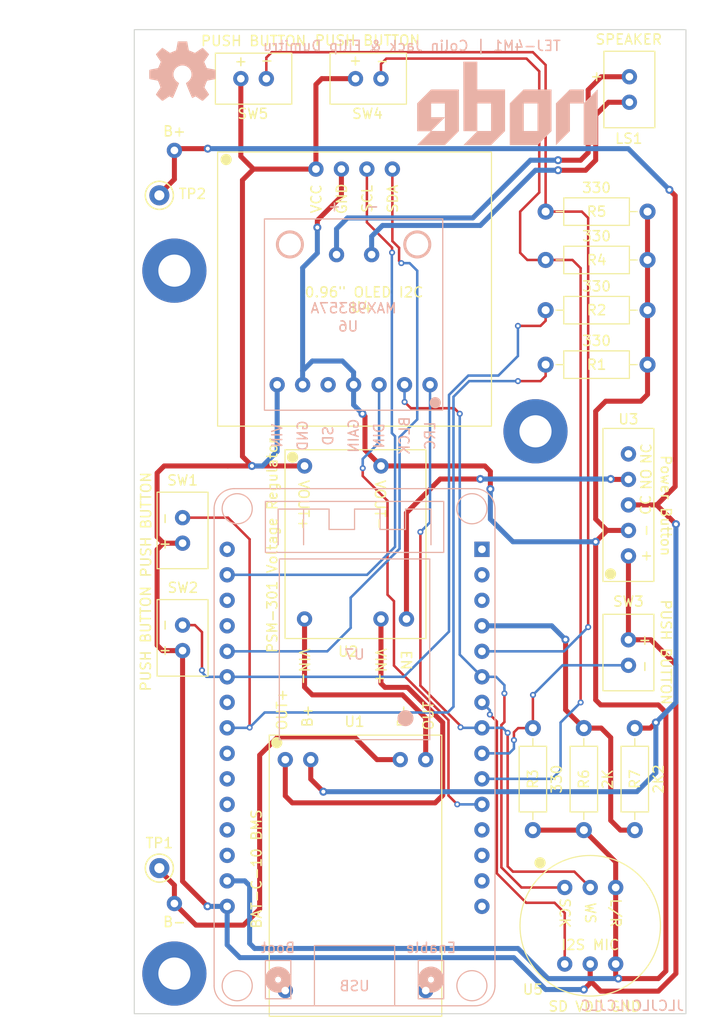
<source format=kicad_pcb>
(kicad_pcb (version 20211014) (generator pcbnew)
  (title_block (title "ESP32 Walkie Talkie - Final Route") (date "2022-12-28") (rev "2.0"))
  (layers (0 "F.Cu" signal) (31 "B.Cu" signal) (34 "B.Paste" user) (35 "F.Paste" user) (36 "B.SilkS" user "B.Silkscreen") (37 "F.SilkS" user "F.Silkscreen") (38 "B.Mask" user) (39 "F.Mask" user) (44 "Edge.Cuts" user))
  (net 0 "")
  (net 1 "GND")
  (net 2 "VCC")
  (net 3 "Net-(BT1-Pad1)")
  (net 4 "Net-(BT1-Pad2)")
  (net 5 "Net-(U1-Pad1)")
  (net 6 "Net-(U1-Pad4)")
  (net 9 "Net-(U2-Pad5)")
  (net 11 "Net-(U4-Pad3)")
  (net 12 "Net-(U4-Pad4)")
  (net 13 "Net-(U5-Pad1)")
  (net 14 "Net-(U5-Pad2)")
  (net 15 "Net-(U5-Pad4)")
  (net 16 "Net-(U6-Pad3)")
  (net 18 "Net-(U6-Pad8)")
  (net 19 "Net-(U6-Pad9)")
  (net 23 "Net-(R6-Pad2)")
  (net 24 "Net-(R5-Pad2)")
  (net 25 "Net-(R3-Pad2)")
  (net 26 "Net-(R4-Pad2)")
  (net 34 "Net-(R2-Pad2)")
  (net 36 "Net-(R1-Pad2)")
  (footprint "ESP32-Walkie-Talkie-Footprints-Remaster:BAT-C-10TYPEC-BMS" (layer "F.Cu") (at 179.455 123.255)
    (fp_text reference "U1" (at 8.505 -1.335 unlocked) (layer "F.SilkS"))
    (fp_text value "BAT-C-10TYPEC_(BMS)")
    (fp_text user "-" (at 15.52 23.745 unlocked) (layer "F.SilkS"))
    (fp_text user "OUT+" (at 1.27 -2.54 90 unlocked) (layer "F.SilkS"))
    (fp_text user "B-" (at 13.335 -1.905 90 unlocked) (layer "F.SilkS"))
    (fp_text user "OUT-" (at 15.875 -2.54 90 unlocked) (layer "F.SilkS"))
    (fp_text user "BAT-C-10 BMS" (at -1.27 13.335 90 unlocked) (layer "F.SilkS"))
    (fp_text user "+" (at 1.62 23.82 270 unlocked) (layer "F.SilkS"))
    (fp_text user "B+" (at 3.81 -1.905 90 unlocked) (layer "F.SilkS"))
    (pad "1" thru_hole circle (at 1.6 2.44) (size 1.524 1.524) (drill 0.762) (layers *.Cu *.Mask) (net 5 "Net-(U1-Pad1)"))
    (pad "2" thru_hole circle (at 4.14 2.44) (size 1.524 1.524) (drill 0.762) (layers *.Cu *.Mask) (net 3 "Net-(BT1-Pad1)"))
    (pad "3" thru_hole circle (at 13.06 2.44) (size 1.524 1.524) (drill 0.762) (layers *.Cu *.Mask) (net 4 "Net-(BT1-Pad2)"))
    (pad "4" thru_hole circle (at 15.6 2.44) (size 1.524 1.524) (drill 0.762) (layers *.Cu *.Mask) (net 6 "Net-(U1-Pad4)"))
    (pad "5" thru_hole circle (at 1.6 25.44) (size 1.524 1.524) (drill 0.762) (layers *.Cu *.Mask))
    (pad "6" thru_hole circle (at 15.6 25.44) (size 1.524 1.524) (drill 0.762) (layers *.Cu *.Mask))
  )
  (footprint "Resistor_THT:R_Axial_DIN0207_L6.3mm_D2.5mm_P10.16mm_Horizontal" (layer "F.Cu") (at 210.82 132.715 90)
    (fp_text reference "R6" (at 5.08 0 90) (layer "F.SilkS"))
    (fp_text value "2K" (at 5.08 2.37 90) (layer "F.SilkS"))
    (pad "1" thru_hole circle (at 0 0 90) (size 1.6 1.6) (drill 0.8) (layers *.Cu *.Mask) (net 1 "GND"))
    (pad "2" thru_hole oval (at 10.16 0 90) (size 1.6 1.6) (drill 0.8) (layers *.Cu *.Mask) (net 23 "Net-(R6-Pad2)"))
  )
  (footprint "Resistor_THT:R_Axial_DIN0207_L6.3mm_D2.5mm_P10.16mm_Horizontal" (layer "F.Cu") (at 217.17 86.36 180)
    (fp_text reference "R1" (at 5.08 0) (layer "F.SilkS"))
    (fp_text value "330" (at 5.08 2.37) (layer "F.SilkS"))
    (pad "1" thru_hole circle (at 0 0 180) (size 1.6 1.6) (drill 0.8) (layers *.Cu *.Mask) (net 1 "GND"))
    (pad "2" thru_hole oval (at 10.16 0 180) (size 1.6 1.6) (drill 0.8) (layers *.Cu *.Mask) (net 36 "Net-(R1-Pad2)"))
  )
  (footprint "MountingHole:MountingHole_3.2mm_M3_Pad" (layer "F.Cu") (at 206 93)
    (fp_text reference "REF**")
    (fp_text value "MountingHole_3.2mm_M3_Pad")
    (pad "1" thru_hole circle locked (at 0 0) (size 6.4 6.4) (drill 3.2) (layers *.Cu *.Mask))
  )
  (footprint "ESP32-Walkie-Talkie-Footprints-Remaster:PSM-301-Voltage-Regulator" (layer "F.Cu") (at 181.03 94.835)
    (fp_text reference "U2" (at 6.295 20.1 unlocked) (layer "F.SilkS"))
    (fp_text value "PSM-301-Voltage-Regulator-3.3V")
    (fp_text user "PSM-301 Voltage Regulator" (at -1.27 9.525 90 unlocked) (layer "F.SilkS"))
    (fp_text user "VOUT-" (at 9.47 5.495 270 unlocked) (layer "F.SilkS"))
    (fp_text user "VIN-" (at 1.905 21.59 270 unlocked) (layer "F.SilkS"))
    (fp_text user "VIN+" (at 9.525 21.59 270 unlocked) (layer "F.SilkS"))
    (fp_text user "EN" (at 12.065 20.955 270 unlocked) (layer "F.SilkS"))
    (fp_text user "VOUT+" (at 1.85 5.495 270 unlocked) (layer "F.SilkS"))
    (pad "1" thru_hole circle (at 1.945 1.615) (size 1.524 1.524) (drill 0.762) (layers *.Cu *.Mask) (net 2 "VCC"))
    (pad "2" thru_hole circle (at 9.565 1.615) (size 1.524 1.524) (drill 0.762) (layers *.Cu *.Mask) (net 1 "GND"))
    (pad "3" thru_hole circle (at 1.945 16.855) (size 1.524 1.524) (drill 0.762) (layers *.Cu *.Mask) (net 6 "Net-(U1-Pad4)"))
    (pad "4" thru_hole circle (at 9.565 16.855) (size 1.524 1.524) (drill 0.762) (layers *.Cu *.Mask) (net 5 "Net-(U1-Pad1)"))
    (pad "5" thru_hole circle (at 12.105 16.855) (size 1.524 1.524) (drill 0.762) (layers *.Cu *.Mask) (net 9 "Net-(U2-Pad5)"))
  )
  (footprint "MountingHole:MountingHole_3.2mm_M3_Pad" (layer "F.Cu") (at 170 77)
    (fp_text reference "REF**")
    (fp_text value "MountingHole_3.2mm_M3_Pad")
    (pad "1" thru_hole circle locked (at 0 0) (size 6.4 6.4) (drill 3.2) (layers *.Cu *.Mask))
  )
  (footprint "MountingHole:MountingHole_3.2mm_M3_Pad" (layer "F.Cu") (at 170 147)
    (fp_text reference "REF**")
    (fp_text value "MountingHole_3.2mm_M3_Pad")
    (pad "1" thru_hole circle locked (at 0 0) (size 6.4 6.4) (drill 3.2) (layers *.Cu *.Mask))
  )
  (footprint "ESP32-Walkie-Talkie-Footprints-Remaster:PUSH-BUTTON-CONTACTS" (layer "F.Cu") (at 168.275 106.68 90)
    (fp_text reference "SW1" (at 8.795 2.54 unlocked) (layer "F.SilkS"))
    (fp_text value "UP")
    (fp_text user "-" (at 4.985 0.725 90 unlocked) (layer "F.SilkS"))
    (fp_text user "+" (at 2.445 0.725 90 unlocked) (layer "F.SilkS"))
    (fp_text user "PUSH BUTTON" (at 4.38 -1.1 90 unlocked) (layer "F.SilkS"))
    (pad "1" thru_hole circle (at 2.54 2.54 90) (size 1.524 1.524) (drill 0.762) (layers *.Cu *.Mask) (net 2 "VCC"))
    (pad "2" thru_hole circle (at 5.08 2.54 90) (size 1.524 1.524) (drill 0.762) (layers *.Cu *.Mask) (net 36 "Net-(R1-Pad2)"))
  )
  (footprint "Resistor_THT:R_Axial_DIN0207_L6.3mm_D2.5mm_P10.16mm_Horizontal" (layer "F.Cu") (at 205.74 132.715 90)
    (fp_text reference "R3" (at 5.085 0 90) (layer "F.SilkS"))
    (fp_text value "330" (at 5.08 2.37 90) (layer "F.SilkS"))
    (pad "1" thru_hole circle (at 0 0 90) (size 1.6 1.6) (drill 0.8) (layers *.Cu *.Mask) (net 1 "GND"))
    (pad "2" thru_hole oval (at 10.16 0 90) (size 1.6 1.6) (drill 0.8) (layers *.Cu *.Mask) (net 25 "Net-(R3-Pad2)"))
  )
  (footprint "ESP32-Walkie-Talkie-Footprints-Remaster:PUSH-BUTTON-CONTACTS" (layer "F.Cu") (at 168.275 117.38 90)
    (fp_text reference "SW2" (at 8.805 2.575 unlocked) (layer "F.SilkS"))
    (fp_text value "DWN")
    (fp_text user "+" (at 2.54 0.725 90 unlocked) (layer "F.SilkS"))
    (fp_text user "PUSH BUTTON" (at 3.73 -1.125 90 unlocked) (layer "F.SilkS"))
    (fp_text user "-" (at 5.08 0.725 90 unlocked) (layer "F.SilkS"))
    (pad "1" thru_hole circle (at 2.54 2.54 90) (size 1.524 1.524) (drill 0.762) (layers *.Cu *.Mask) (net 2 "VCC"))
    (pad "2" thru_hole circle (at 5.08 2.54 90) (size 1.524 1.524) (drill 0.762) (layers *.Cu *.Mask) (net 34 "Net-(R2-Pad2)"))
  )
  (footprint "Resistor_THT:R_Axial_DIN0207_L6.3mm_D2.5mm_P10.16mm_Horizontal" (layer "F.Cu") (at 217.17 71.12 180)
    (fp_text reference "R5" (at 5.08 0) (layer "F.SilkS"))
    (fp_text value "330" (at 5.08 2.37) (layer "F.SilkS"))
    (pad "1" thru_hole circle (at 0 0 180) (size 1.6 1.6) (drill 0.8) (layers *.Cu *.Mask) (net 1 "GND"))
    (pad "2" thru_hole oval (at 10.16 0 180) (size 1.6 1.6) (drill 0.8) (layers *.Cu *.Mask) (net 24 "Net-(R5-Pad2)"))
  )
  (footprint "ESP32-Walkie-Talkie-Footprints-Remaster:BATTERY-CONTACTS" (layer "F.Cu") (at 170 65.025)
    (fp_text reference "BT1")
    (fp_text value "18650 Lithium Cell")
    (fp_text user "B-" (at 0 76.835 unlocked) (layer "F.SilkS"))
    (fp_text user "B+" (at 0 -1.905 unlocked) (layer "F.SilkS"))
    (pad "1" thru_hole circle (at 0 0) (size 1.524 1.524) (drill 0.762) (layers *.Cu *.Mask) (net 3 "Net-(BT1-Pad1)"))
    (pad "2" thru_hole circle (at 0 75) (size 1.524 1.524) (drill 0.762) (layers *.Cu *.Mask) (net 4 "Net-(BT1-Pad2)"))
  )
  (footprint "TestPoint:TestPoint_Keystone_5000-5004_Miniature" (layer "F.Cu") (at 168.5 136.5)
    (fp_text reference "TP1" (at 0 -2.5) (layer "F.SilkS"))
    (fp_text value "TestPoint_Keystone_5000-5004_Miniature")
    (pad "1" thru_hole circle locked (at 0 0) (size 2 2) (drill 1) (layers *.Cu *.Mask) (net 4 "Net-(BT1-Pad2)"))
  )
  (footprint "ESP32-Walkie-Talkie-Footprints-Remaster:PUSH-BUTTON-CONTACTS" (layer "F.Cu") (at 185.515 55.34)
    (fp_text reference "SW4" (at 3.735 6.035 unlocked) (layer "F.SilkS"))
    (fp_text value "TLK")
    (fp_text user "-" (at 5.21 0.76 unlocked) (layer "F.SilkS"))
    (fp_text user "+" (at 2.535 0.71 unlocked) (layer "F.SilkS"))
    (fp_text user "PUSH BUTTON" (at 3.735 -1.265 unlocked) (layer "F.SilkS"))
    (pad "1" thru_hole circle (at 2.54 2.54) (size 1.524 1.524) (drill 0.762) (layers *.Cu *.Mask) (net 2 "VCC"))
    (pad "2" thru_hole circle (at 5.08 2.54) (size 1.524 1.524) (drill 0.762) (layers *.Cu *.Mask) (net 26 "Net-(R4-Pad2)"))
  )
  (footprint "TestPoint:TestPoint_Keystone_5000-5004_Miniature" (layer "F.Cu") (at 168.5 69.5)
    (fp_text reference "TP2" (at 3.3 -0.15) (layer "F.SilkS"))
    (fp_text value "TestPoint_Keystone_5000-5004_Miniature")
    (pad "1" thru_hole circle locked (at 0 0) (size 2 2) (drill 1) (layers *.Cu *.Mask) (net 3 "Net-(BT1-Pad1)"))
  )
  (footprint "ESP32-Walkie-Talkie-Footprints-Remaster:I2S-128x64-OLED-LCD" (layer "F.Cu") (at 188.91 65.185)
    (fp_text reference "U4" (at -0.315 15.46 unlocked) (layer "F.SilkS"))
    (fp_text value "I2C-128X64-OLED-LCD")
    (fp_text user "0.96\" OLED I2C" (at 0 13.97 unlocked) (layer "F.SilkS"))
    (fp_text user "SCL" (at 0.32 4.665 90 unlocked) (layer "F.SilkS"))
    (fp_text user "VCC" (at -4.76 4.665 90 unlocked) (layer "F.SilkS"))
    (fp_text user "GND" (at -2.22 4.665 90 unlocked) (layer "F.SilkS"))
    (fp_text user "SDA" (at 2.86 4.665 90 unlocked) (layer "F.SilkS"))
    (pad "1" thru_hole circle (at -4.8 1.7) (size 1.524 1.524) (drill 0.762) (layers *.Cu *.Mask) (net 2 "VCC"))
    (pad "2" thru_hole circle (at -2.26 1.7) (size 1.524 1.524) (drill 0.762) (layers *.Cu *.Mask) (net 1 "GND"))
    (pad "3" thru_hole circle (at 0.28 1.7) (size 1.524 1.524) (drill 0.762) (layers *.Cu *.Mask) (net 11 "Net-(U4-Pad3)"))
    (pad "4" thru_hole circle (at 2.82 1.7) (size 1.524 1.524) (drill 0.762) (layers *.Cu *.Mask) (net 12 "Net-(U4-Pad4)"))
  )
  (footprint "ESP32-Walkie-Talkie-Footprints-Remaster:PUSH-BUTTON-CONTACTS" (layer "F.Cu") (at 174.085 55.34)
    (fp_text reference "SW5" (at 3.74 6.035 unlocked) (layer "F.SilkS"))
    (fp_text value "XTRA")
    (fp_text user "+" (at 2.54 0.785 unlocked) (layer "F.SilkS"))
    (fp_text user "PUSH BUTTON" (at 3.81 -1.215 unlocked) (layer "F.SilkS"))
    (fp_text user "-" (at 5.14 0.71 unlocked) (layer "F.SilkS"))
    (pad "1" thru_hole circle (at 2.54 2.54) (size 1.524 1.524) (drill 0.762) (layers *.Cu *.Mask) (net 2 "VCC"))
    (pad "2" thru_hole circle (at 5.08 2.54) (size 1.524 1.524) (drill 0.762) (layers *.Cu *.Mask) (net 24 "Net-(R5-Pad2)"))
  )
  (footprint "ESP32-Walkie-Talkie-Footprints-Remaster:SPEAKER" (layer "F.Cu") (at 212.82 62.77 90)
    (fp_text reference "LS1" (at -1.08 2.48 unlocked) (layer "F.SilkS"))
    (fp_text value "Speaker")
    (fp_text user "+" (at 5.07 -0.795 90 unlocked) (layer "F.SilkS"))
    (fp_text user "-" (at 2.545 -0.795 90 unlocked) (layer "F.SilkS"))
    (fp_text user "SPEAKER" (at 8.795 2.48 unlocked) (layer "F.SilkS"))
    (pad "1" thru_hole circle (at 2.54 2.54 90) (size 1.524 1.524) (drill 0.762) (layers *.Cu *.Mask) (net 18 "Net-(U6-Pad8)"))
    (pad "2" thru_hole circle (at 5.08 2.54 90) (size 1.524 1.524) (drill 0.762) (layers *.Cu *.Mask) (net 19 "Net-(U6-Pad9)"))
  )
  (footprint "Resistor_THT:R_Axial_DIN0207_L6.3mm_D2.5mm_P10.16mm_Horizontal" (layer "F.Cu") (at 217.17 80.935 180)
    (fp_text reference "R2" (at 5.08 0.005) (layer "F.SilkS"))
    (fp_text value "330" (at 5.08 2.37) (layer "F.SilkS"))
    (pad "1" thru_hole circle (at 0 0 180) (size 1.6 1.6) (drill 0.8) (layers *.Cu *.Mask) (net 1 "GND"))
    (pad "2" thru_hole oval (at 10.16 0 180) (size 1.6 1.6) (drill 0.8) (layers *.Cu *.Mask) (net 34 "Net-(R2-Pad2)"))
  )
  (footprint "ESP32-Walkie-Talkie-Footprints-Remaster:I2SINMP441-MIC" (layer "F.Cu") (at 211.455 140.97)
    (fp_text reference "U5" (at -5.715 7.62 unlocked) (layer "F.SilkS"))
    (fp_text value "I2S-INMP441_(MIC)")
    (fp_text user "SD" (at -3.18 9.305 unlocked) (layer "F.SilkS"))
    (fp_text user "L/R" (at 2.54 0 -90 unlocked) (layer "F.SilkS"))
    (fp_text user "SCK" (at -2.54 0 -90 unlocked) (layer "F.SilkS"))
    (fp_text user "GND" (at 3.52 9.33 unlocked) (layer "F.SilkS"))
    (fp_text user "WS" (at 0 0 -90 unlocked) (layer "F.SilkS"))
    (fp_text user "VDD" (at -0.055 9.33 unlocked) (layer "F.SilkS"))
    (fp_text user "I2S MIC" (at 0 3.175 unlocked) (layer "F.SilkS"))
    (pad "1" thru_hole circle (at -2.54 -2.54) (size 1.524 1.524) (drill 0.762) (layers *.Cu *.Mask) (net 13 "Net-(U5-Pad1)"))
    (pad "2" thru_hole circle (at 0 -2.54) (size 1.524 1.524) (drill 0.762) (layers *.Cu *.Mask) (net 14 "Net-(U5-Pad2)"))
    (pad "3" thru_hole circle (at 2.54 -2.54) (size 1.524 1.524) (drill 0.762) (layers *.Cu *.Mask) (net 1 "GND"))
    (pad "4" thru_hole circle (at -2.54 5.08) (size 1.524 1.524) (drill 0.762) (layers *.Cu *.Mask) (net 15 "Net-(U5-Pad4)"))
    (pad "5" thru_hole circle (at 0 5.08) (size 1.524 1.524) (drill 0.762) (layers *.Cu *.Mask) (net 2 "VCC"))
    (pad "6" thru_hole circle (at 2.54 5.08) (size 1.524 1.524) (drill 0.762) (layers *.Cu *.Mask) (net 1 "GND"))
  )
  (footprint "Resistor_THT:R_Axial_DIN0207_L6.3mm_D2.5mm_P10.16mm_Horizontal" (layer "F.Cu") (at 215.9 132.715 90)
    (fp_text reference "R7" (at 5.08 0 90) (layer "F.SilkS"))
    (fp_text value "2K2" (at 5.08 2.37 90) (layer "F.SilkS"))
    (pad "1" thru_hole circle (at 0 0 90) (size 1.6 1.6) (drill 0.8) (layers *.Cu *.Mask) (net 23 "Net-(R6-Pad2)"))
    (pad "2" thru_hole oval (at 10.16 0 90) (size 1.6 1.6) (drill 0.8) (layers *.Cu *.Mask) (net 3 "Net-(BT1-Pad1)"))
  )
  (footprint "Resistor_THT:R_Axial_DIN0207_L6.3mm_D2.5mm_P10.16mm_Horizontal" (layer "F.Cu") (at 217.17 75.935 180)
    (fp_text reference "R4" (at 5.07 -0.015) (layer "F.SilkS"))
    (fp_text value "330" (at 5.08 2.37) (layer "F.SilkS"))
    (pad "1" thru_hole circle (at 0 0 180) (size 1.6 1.6) (drill 0.8) (layers *.Cu *.Mask) (net 1 "GND"))
    (pad "2" thru_hole oval (at 10.16 0 180) (size 1.6 1.6) (drill 0.8) (layers *.Cu *.Mask) (net 26 "Net-(R4-Pad2)"))
  )
  (footprint "ESP32-Walkie-Talkie-Footprints-Remaster:PUSH-BUTTON-CONTACTS" (layer "F.Cu") (at 217.805 111.22 -90)
    (fp_text reference "SW3" (at -1.27 2.54 unlocked) (layer "F.SilkS"))
    (fp_text value "MODE")
    (fp_text user "-" (at 5.205 0.83 -90 unlocked) (layer "F.SilkS"))
    (fp_text user "PUSH BUTTON" (at 3.78 -1.195 -90 unlocked) (layer "F.SilkS"))
    (fp_text user "+" (at 2.605 0.83 -90 unlocked) (layer "F.SilkS"))
    (pad "1" thru_hole circle (at 2.54 2.54 270) (size 1.524 1.524) (drill 0.762) (layers *.Cu *.Mask) (net 2 "VCC"))
    (pad "2" thru_hole circle (at 5.08 2.54 270) (size 1.524 1.524) (drill 0.762) (layers *.Cu *.Mask) (net 25 "Net-(R3-Pad2)"))
  )
  (footprint "ESP32-Walkie-Talkie-Footprints-Remaster:PBS-LED-1606WH-L-Toggle-Switch" (layer "F.Cu") (at 212.725 107.95 90)
    (fp_text reference "U3" (at 16.15 2.54 unlocked) (layer "F.SilkS"))
    (fp_text value "PBS-LED-1606WH-L_(Toggle_Button)")
    (fp_text user "-" (at 5.08 4.275 90 unlocked) (layer "F.SilkS"))
    (fp_text user "NC" (at 12.725 4.325 90 unlocked) (layer "F.SilkS"))
    (fp_text user "+" (at 2.54 4.275 90 unlocked) (layer "F.SilkS"))
    (fp_text user "CC" (at 7.62 4.275 90 unlocked) (layer "F.SilkS"))
    (fp_text user "Power Button" (at 7.55 6.275 270 unlocked) (layer "F.SilkS"))
    (fp_text user "NO" (at 10.175 4.325 90 unlocked) (layer "F.SilkS"))
    (pad "1" thru_hole circle (at 2.54 2.54 90) (size 1.524 1.524) (drill 0.762) (layers *.Cu *.Mask) (net 2 "VCC"))
    (pad "2" thru_hole circle (at 5.08 2.54 90) (size 1.524 1.524) (drill 0.762) (layers *.Cu *.Mask) (net 1 "GND"))
    (pad "3" thru_hole circle (at 7.62 2.54 90) (size 1.524 1.524) (drill 0.762) (layers *.Cu *.Mask) (net 3 "Net-(BT1-Pad1)"))
    (pad "4" thru_hole circle (at 10.16 2.54 90) (size 1.524 1.524) (drill 0.762) (layers *.Cu *.Mask) (net 9 "Net-(U2-Pad5)"))
    (pad "5" thru_hole circle (at 12.7 2.54 90) (size 1.524 1.524) (drill 0.762) (layers *.Cu *.Mask))
  )
  (footprint "Symbol:OSHW-Symbol_6.7x6mm_SilkScreen" (layer "B.Cu") (at 170.815 57.15 180)
    (fp_text reference "REF**" hide)
    (fp_text value "OSHW-Symbol_6.7x6mm_SilkScreen" hide)
  )
  (footprint "esp32_devkit_v1_doit:esp32_devkit_v1_doit" (layer "B.Cu") (at 187.96 104.75 180)
    (fp_text reference "U7" (at 0 -10.47) (layer "B.SilkS") (effects (justify mirror)))
    (fp_text value "ESP-WROOM-32")
    (fp_text user "USB" (at 0 -43.49) (layer "B.SilkS") (effects (justify mirror)))
    (fp_text user "Enable" (at -7.62 -39.68) (layer "B.SilkS") (effects (justify mirror)))
    (fp_text user "Boot" (at 7.62 -39.68) (layer "B.SilkS") (effects (justify mirror)))
    (pad "1" thru_hole rect (at -12.7 0 180) (size 1.524 1.524) (drill 0.762) (layers *.Cu *.Mask))
    (pad "2" thru_hole circle (at -12.7 -2.54 180) (size 1.524 1.524) (drill 0.762) (layers *.Cu *.Mask))
    (pad "3" thru_hole circle (at -12.7 -5.08 180) (size 1.524 1.524) (drill 0.762) (layers *.Cu *.Mask))
    (pad "4" thru_hole circle (at -12.7 -7.62 180) (size 1.524 1.524) (drill 0.762) (layers *.Cu *.Mask) (net 23 "Net-(R6-Pad2)"))
    (pad "5" thru_hole circle (at -12.7 -10.16 180) (size 1.524 1.524) (drill 0.762) (layers *.Cu *.Mask) (net 24 "Net-(R5-Pad2)"))
    (pad "6" thru_hole circle (at -12.7 -12.7 180) (size 1.524 1.524) (drill 0.762) (layers *.Cu *.Mask) (net 13 "Net-(U5-Pad1)"))
    (pad "7" thru_hole circle (at -12.7 -15.24 180) (size 1.524 1.524) (drill 0.762) (layers *.Cu *.Mask) (net 15 "Net-(U5-Pad4)"))
    (pad "8" thru_hole circle (at -12.7 -17.78 180) (size 1.524 1.524) (drill 0.762) (layers *.Cu *.Mask) (net 14 "Net-(U5-Pad2)"))
    (pad "9" thru_hole circle (at -12.7 -20.32 180) (size 1.524 1.524) (drill 0.762) (layers *.Cu *.Mask) (net 25 "Net-(R3-Pad2)"))
    (pad "10" thru_hole circle (at -12.7 -22.86 180) (size 1.524 1.524) (drill 0.762) (layers *.Cu *.Mask) (net 26 "Net-(R4-Pad2)"))
    (pad "11" thru_hole circle (at -12.7 -25.4 180) (size 1.524 1.524) (drill 0.762) (layers *.Cu *.Mask) (net 16 "Net-(U6-Pad3)"))
    (pad "12" thru_hole circle (at -12.7 -27.94 180) (size 1.524 1.524) (drill 0.762) (layers *.Cu *.Mask))
    (pad "13" thru_hole circle (at -12.7 -30.48 180) (size 1.524 1.524) (drill 0.762) (layers *.Cu *.Mask))
    (pad "14" thru_hole circle (at -12.7 -33.02 180) (size 1.524 1.524) (drill 0.762) (layers *.Cu *.Mask))
    (pad "15" thru_hole circle (at -12.7 -35.56 180) (size 1.524 1.524) (drill 0.762) (layers *.Cu *.Mask))
    (pad "16" thru_hole circle (at 12.7 0 180) (size 1.524 1.524) (drill 0.762) (layers *.Cu *.Mask))
    (pad "17" thru_hole circle (at 12.7 -2.54 180) (size 1.524 1.524) (drill 0.762) (layers *.Cu *.Mask) (net 11 "Net-(U4-Pad3)"))
    (pad "18" thru_hole circle (at 12.7 -5.08 180) (size 1.524 1.524) (drill 0.762) (layers *.Cu *.Mask))
    (pad "19" thru_hole circle (at 12.7 -7.62 180) (size 1.524 1.524) (drill 0.762) (layers *.Cu *.Mask))
    (pad "20" thru_hole circle (at 12.7 -10.16 180) (size 1.524 1.524) (drill 0.762) (layers *.Cu *.Mask) (net 12 "Net-(U4-Pad4)"))
    (pad "21" thru_hole circle (at 12.7 -12.7 180) (size 1.524 1.524) (drill 0.762) (layers *.Cu *.Mask) (net 34 "Net-(R2-Pad2)"))
    (pad "22" thru_hole circle (at 12.7 -15.24 180) (size 1.524 1.524) (drill 0.762) (layers *.Cu *.Mask))
    (pad "23" thru_hole circle (at 12.7 -17.78 180) (size 1.524 1.524) (drill 0.762) (layers *.Cu *.Mask) (net 36 "Net-(R1-Pad2)"))
    (pad "24" thru_hole circle (at 12.7 -20.32 180) (size 1.524 1.524) (drill 0.762) (layers *.Cu *.Mask))
    (pad "25" thru_hole circle (at 12.7 -22.86 180) (size 1.524 1.524) (drill 0.762) (layers *.Cu *.Mask))
    (pad "26" thru_hole circle (at 12.7 -25.4 180) (size 1.524 1.524) (drill 0.762) (layers *.Cu *.Mask))
    (pad "27" thru_hole circle (at 12.7 -27.94 180) (size 1.524 1.524) (drill 0.762) (layers *.Cu *.Mask))
    (pad "28" thru_hole circle (at 12.7 -30.48 180) (size 1.524 1.524) (drill 0.762) (layers *.Cu *.Mask))
    (pad "29" thru_hole circle (at 12.7 -33.02 180) (size 1.524 1.524) (drill 0.762) (layers *.Cu *.Mask) (net 1 "GND"))
    (pad "30" thru_hole circle (at 12.7 -35.56 180) (size 1.524 1.524) (drill 0.762) (layers *.Cu *.Mask) (net 2 "VCC"))
  )
  (footprint "LOGO" (layer "B.Cu") (at 203.2 60.325 180)
    (fp_text reference "G***")
    (fp_text value "LOGO" hide)
  )
  (footprint "ESP32-Walkie-Talkie-Footprints-Remaster:Amplifier" (layer "B.Cu") (at 196.755 71.85 180)
    (fp_text reference "U6" (at 9.43 -10.7 unlocked) (layer "B.SilkS") (effects (justify mirror)))
    (fp_text value "MAX98357A")
    (fp_text user "GAIN" (at 8.89 -21.59 90 unlocked) (layer "B.SilkS") (effects (justify mirror)))
    (fp_text user "+" (at 10.795 1.27 unlocked) (layer "B.SilkS") (effects (justify mirror)))
    (fp_text user "GND" (at 13.97 -21.59 90 unlocked) (layer "B.SilkS") (effects (justify mirror)))
    (fp_text user "VIN" (at 16.51 -21.59 90 unlocked) (layer "B.SilkS") (effects (justify mirror)))
    (fp_text user "DIN" (at 6.35 -21.59 90 unlocked) (layer "B.SilkS") (effects (justify mirror)))
    (fp_text user "LRC" (at 1.27 -21.59 90 unlocked) (layer "B.SilkS") (effects (justify mirror)))
    (fp_text user "SD" (at 11.43 -21.59 90 unlocked) (layer "B.SilkS") (effects (justify mirror)))
    (fp_text user "MAX98357A" (at 8.89 -8.89 unlocked) (layer "B.SilkS") (effects (justify mirror)))
    (fp_text user "-" (at 6.985 1.27 unlocked) (layer "B.SilkS") (effects (justify mirror)))
    (fp_text user "BLCK" (at 3.81 -21.59 90 unlocked) (layer "B.SilkS") (effects (justify mirror)))
    (pad "1" thru_hole circle (at 1.27 -16.51 180) (size 1.524 1.524) (drill 0.762) (layers *.Cu *.Mask) (net 14 "Net-(U5-Pad2)"))
    (pad "2" thru_hole circle (at 3.81 -16.51 180) (size 1.524 1.524) (drill 0.762) (layers *.Cu *.Mask) (net 13 "Net-(U5-Pad1)"))
    (pad "3" thru_hole circle (at 6.35 -16.51 180) (size 1.524 1.524) (drill 0.762) (layers *.Cu *.Mask) (net 16 "Net-(U6-Pad3)"))
    (pad "4" thru_hole circle (at 8.89 -16.51 180) (size 1.524 1.524) (drill 0.762) (layers *.Cu *.Mask) (net 1 "GND"))
    (pad "5" thru_hole circle (at 11.43 -16.51 180) (size 1.524 1.524) (drill 0.762) (layers *.Cu *.Mask))
    (pad "6" thru_hole circle (at 13.97 -16.51 180) (size 1.524 1.524) (drill 0.762) (layers *.Cu *.Mask) (net 1 "GND"))
    (pad "7" thru_hole circle (at 16.51 -16.51 180) (size 1.524 1.524) (drill 0.762) (layers *.Cu *.Mask) (net 2 "VCC"))
    (pad "8" thru_hole circle (at 7.09 -3.556 180) (size 1.524 1.524) (drill 0.762) (layers *.Cu *.Mask) (net 18 "Net-(U6-Pad8)"))
    (pad "9" thru_hole circle (at 10.59 -3.556 180) (size 1.524 1.524) (drill 0.762) (layers *.Cu *.Mask) (net 19 "Net-(U6-Pad9)"))
  )
  (gr_rect (start 166 53) (end 221 151) (layer "Edge.Cuts") (width 0.1) (fill none))
  (gr_text "TEJ-4M1 | Colin Jack & Filip Dumitru" (at 193.675 54.61) (layer "B.SilkS") (effects (font (size 1 1)) (justify mirror)))
  (gr_text "JLCJLCJLCJLC\n" (at 215.65 150.2) (layer "B.SilkS") (effects (font (size 1 1)) (justify mirror)))
  (segment (start 213.13 102.87) (end 215.265 102.87) (width 0.5) (layer "F.Cu") (net 1))
  (segment (start 212.5 120.25) (end 212 119.75) (width 0.5) (layer "F.Cu") (net 1))
  (segment (start 219 146.75) (end 219 121) (width 0.5) (layer "F.Cu") (net 1))
  (segment (start 213.995 146.05) (end 213.995 147.245) (width 0.5) (layer "F.Cu") (net 1))
  (segment (start 213.995 146.05) (end 213.995 138.43) (width 0.5) (layer "F.Cu") (net 1))
  (segment (start 213.13 102.87) (end 212 101.74) (width 0.5) (layer "F.Cu") (net 1))
  (segment (start 214.25 147.5) (end 218.25 147.5) (width 0.5) (layer "F.Cu") (net 1))
  (segment (start 184.25 72) (end 186.65 69.6) (width 0.5) (layer "F.Cu") (net 1))
  (segment (start 218.25 147.5) (end 219 146.75) (width 0.5) (layer "F.Cu") (net 1))
  (segment (start 189 94.855) (end 190.595 96.45) (width 0.5) (layer "F.Cu") (net 1))
  (segment (start 186.65 69.6) (end 186.65 66.885) (width 0.5) (layer "F.Cu") (net 1))
  (segment (start 184.25 72.7) (end 184.25 72) (width 0.5) (layer "F.Cu") (net 1))
  (segment (start 217.17 89.33) (end 217.17 86.36) (width 0.5) (layer "F.Cu") (net 1))
  (segment (start 213.995 147.245) (end 214.25 147.5) (width 0.5) (layer "F.Cu") (net 1))
  (segment (start 212 104) (end 213.13 102.87) (width 0.5) (layer "F.Cu") (net 1))
  (segment (start 212 91) (end 213 90) (width 0.5) (layer "F.Cu") (net 1))
  (segment (start 217.17 75.935) (end 217.17 71.12) (width 0.5) (layer "F.Cu") (net 1))
  (segment (start 201.5 97) (end 201.5 98.75) (width 0.5) (layer "F.Cu") (net 1))
  (segment (start 217.17 86.36) (end 217.17 75.935) (width 0.5) (layer "F.Cu") (net 1))
  (segment (start 189 91.5) (end 189 94.855) (width 0.5) (layer "F.Cu") (net 1))
  (segment (start 212 119.75) (end 212 104) (width 0.5) (layer "F.Cu") (net 1))
  (segment (start 212 101.74) (end 212 91) (width 0.5) (layer "F.Cu") (net 1))
  (segment (start 213 90) (end 216.5 90) (width 0.5) (layer "F.Cu") (net 1))
  (segment (start 216.5 90) (end 217.17 89.33) (width 0.5) (layer "F.Cu") (net 1))
  (segment (start 218.25 120.25) (end 212.5 120.25) (width 0.5) (layer "F.Cu") (net 1))
  (segment (start 205.74 132.715) (end 210.82 132.715) (width 0.5) (layer "F.Cu") (net 1))
  (segment (start 200.95 96.45) (end 201.5 97) (width 0.5) (layer "F.Cu") (net 1))
  (segment (start 190.595 96.45) (end 200.95 96.45) (width 0.5) (layer "F.Cu") (net 1))
  (segment (start 188.75 91.25) (end 189 91.5) (width 0.5) (layer "F.Cu") (net 1))
  (segment (start 213.995 135.89) (end 210.82 132.715) (width 0.5) (layer "F.Cu") (net 1))
  (segment (start 213.995 138.43) (end 213.995 135.89) (width 0.5) (layer "F.Cu") (net 1))
  (segment (start 219 121) (end 218.25 120.25) (width 0.5) (layer "F.Cu") (net 1))
  (via (at 188.75 91.25) (size 0.8) (drill 0.4) (layers "F.Cu" "B.Cu") (net 1))
  (via (at 212 104) (size 0.8) (drill 0.4) (layers "F.Cu" "B.Cu") (net 1))
  (via (at 201.5 98.75) (size 0.8) (drill 0.4) (layers "F.Cu" "B.Cu") (net 1))
  (via (at 214.25 147.5) (size 0.8) (drill 0.4) (layers "F.Cu" "B.Cu") (net 1))
  (via (at 184.25 72.7) (size 0.8) (drill 0.4) (layers "F.Cu" "B.Cu") (net 1))
  (segment (start 183.75 86) (end 186.75 86) (width 0.5) (layer "B.Cu") (net 1))
  (segment (start 182.785 76.715) (end 182.785 86.965) (width 0.5) (layer "B.Cu") (net 1))
  (segment (start 187.865 90.365) (end 188.75 91.25) (width 0.5) (layer "B.Cu") (net 1))
  (segment (start 201.5 98.75) (end 201.5 101.75) (width 0.5) (layer "B.Cu") (net 1))
  (segment (start 177.5 144) (end 177.5 138.25) (width 0.5) (layer "B.Cu") (net 1))
  (segment (start 187.865 87.115) (end 187.865 88.36) (width 0.5) (layer "B.Cu") (net 1))
  (segment (start 201.5 101.75) (end 203.75 104) (width 0.5) (layer "B.Cu") (net 1))
  (segment (start 187.865 88.36) (end 187.865 90.365) (width 0.5) (layer "B.Cu") (net 1))
  (segment (start 186.75 86) (end 187.865 87.115) (width 0.5) (layer "B.Cu") (net 1))
  (segment (start 203.75 104) (end 212 104) (width 0.5) (layer "B.Cu") (net 1))
  (segment (start 178 144.5) (end 177.5 144) (width 0.5) (layer "B.Cu") (net 1))
  (segment (start 204.25 144.5) (end 178 144.5) (width 0.5) (layer "B.Cu") (net 1))
  (segment (start 177.5 138.25) (end 177.02 137.77) (width 0.5) (layer "B.Cu") (net 1))
  (segment (start 182.785 86.965) (end 183.75 86) (width 0.5) (layer "B.Cu") (net 1))
  (segment (start 214.25 147.5) (end 207.25 147.5) (width 0.5) (layer "B.Cu") (net 1))
  (segment (start 184.25 72.7) (end 184.25 75.25) (width 0.5) (layer "B.Cu") (net 1))
  (segment (start 207.25 147.5) (end 204.25 144.5) (width 0.5) (layer "B.Cu") (net 1))
  (segment (start 177.02 137.77) (end 175.26 137.77) (width 0.5) (layer "B.Cu") (net 1))
  (segment (start 182.785 88.36) (end 182.785 86.965) (width 0.5) (layer "B.Cu") (net 1))
  (segment (start 184.25 75.25) (end 182.785 76.715) (width 0.5) (layer "B.Cu") (net 1))
  (segment (start 220 147) (end 220 116.25) (width 0.5) (layer "F.Cu") (net 2))
  (segment (start 211.455 147.955) (end 211.455 146.05) (width 0.5) (layer "F.Cu") (net 2))
  (segment (start 184.11 58.46) (end 184.69 57.88) (width 0.5) (layer "F.Cu") (net 2))
  (segment (start 217.51 113.76) (end 215.265 113.76) (width 0.5) (layer "F.Cu") (net 2))
  (segment (start 210.82 148.59) (end 211.455 147.955) (width 0.5) (layer "F.Cu") (net 2))
  (segment (start 177.73 96.45) (end 177.87 96.45) (width 0.5) (layer "F.Cu") (net 2))
  (segment (start 168.275 114.3) (end 168.275 104.775) (width 0.5) (layer "F.Cu") (net 2))
  (segment (start 168.275 97.155) (end 168.98 96.45) (width 0.5) (layer "F.Cu") (net 2))
  (segment (start 184.11 66.885) (end 184.11 58.46) (width 0.5) (layer "F.Cu") (net 2))
  (segment (start 211.455 146.05) (end 211.455 147.705) (width 0.5) (layer "F.Cu") (net 2))
  (segment (start 168.815 114.84) (end 168.275 114.3) (width 0.5) (layer "F.Cu") (net 2))
  (segment (start 218.25 148.75) (end 220 147) (width 0.5) (layer "F.Cu") (net 2))
  (segment (start 176.784 95.504) (end 176.784 67.986) (width 0.5) (layer "F.Cu") (net 2))
  (segment (start 168.275 104.775) (end 168.91 104.14) (width 0.5) (layer "F.Cu") (net 2))
  (segment (start 212.5 148.75) (end 218.25 148.75) (width 0.5) (layer "F.Cu") (net 2))
  (segment (start 170.815 114.84) (end 168.815 114.84) (width 0.5) (layer "F.Cu") (net 2))
  (segment (start 168.91 104.14) (end 168.275 103.505) (width 0.5) (layer "F.Cu") (net 2))
  (segment (start 176.625 65.625) (end 176.625 57.88) (width 0.5) (layer "F.Cu") (net 2))
  (segment (start 175.33 96.45) (end 177.87 96.45) (width 0.5) (layer "F.Cu") (net 2))
  (segment (start 220 116.25) (end 217.51 113.76) (width 0.5) (layer "F.Cu") (net 2))
  (segment (start 168.275 103.505) (end 168.275 97.155) (width 0.5) (layer "F.Cu") (net 2))
  (segment (start 215.265 113.76) (end 215.265 105.41) (width 0.5) (layer "F.Cu") (net 2))
  (segment (start 170.815 137.815) (end 170.815 114.84) (width 0.5) (layer "F.Cu") (net 2))
  (segment (start 184.69 57.88) (end 188.055 57.88) (width 0.5) (layer "F.Cu") (net 2))
  (segment (start 176.784 67.986) (end 177.885 66.885) (width 0.5) (layer "F.Cu") (net 2))
  (segment (start 211.455 147.705) (end 212.5 148.75) (width 0.5) (layer "F.Cu") (net 2))
  (segment (start 168.98 96.45) (end 175.33 96.45) (width 0.5) (layer "F.Cu") (net 2))
  (segment (start 177.87 96.45) (end 182.975 96.45) (width 0.5) (layer "F.Cu") (net 2))
  (segment (start 177.885 66.885) (end 176.625 65.625) (width 0.5) (layer "F.Cu") (net 2))
  (segment (start 173.3 140.3) (end 170.815 137.815) (width 0.5) (layer "F.Cu") (net 2))
  (segment (start 168.91 104.14) (end 170.815 104.14) (width 0.5) (layer "F.Cu") (net 2))
  (segment (start 177.73 96.45) (end 176.784 95.504) (width 0.5) (layer "F.Cu") (net 2))
  (segment (start 184.11 66.885) (end 177.885 66.885) (width 0.5) (layer "F.Cu") (net 2))
  (via (at 177.73 96.45) (size 0.8) (drill 0.4) (layers "F.Cu" "B.Cu") (net 2))
  (via (at 173.3 140.3) (size 0.8) (drill 0.4) (layers "F.Cu" "B.Cu") (net 2))
  (via (at 210.82 148.59) (size 0.8) (drill 0.4) (layers "F.Cu" "B.Cu") (net 2))
  (segment (start 203.835 145.415) (end 207.01 148.59) (width 0.5) (layer "B.Cu") (net 2))
  (segment (start 176.53 145.415) (end 203.835 145.415) (width 0.5) (layer "B.Cu") (net 2))
  (segment (start 207.01 148.59) (end 210.82 148.59) (width 0.5) (layer "B.Cu") (net 2))
  (segment (start 175.26 144.145) (end 176.53 145.415) (width 0.5) (layer "B.Cu") (net 2))
  (segment (start 175.26 140.31) (end 173.31 140.31) (width 0.5) (layer "B.Cu") (net 2))
  (segment (start 175.26 140.31) (end 175.26 144.145) (width 0.5) (layer "B.Cu") (net 2))
  (segment (start 177.73 96.45) (end 178.8 96.45) (width 0.5) (layer "B.Cu") (net 2))
  (segment (start 178.8 96.45) (end 180.245 95.005) (width 0.5) (layer "B.Cu") (net 2))
  (segment (start 180.245 95.005) (end 180.245 88.36) (width 0.5) (layer "B.Cu") (net 2))
  (segment (start 173.31 140.31) (end 173.3 140.3) (width 0.5) (layer "B.Cu") (net 2))
  (segment (start 170.175 64.85) (end 170 65.025) (width 0.5) (layer "F.Cu") (net 3))
  (segment (start 173.325 64.85) (end 170.175 64.85) (width 0.5) (layer "F.Cu") (net 3))
  (segment (start 219.925 69.525) (end 219.35 68.95) (width 0.5) (layer "F.Cu") (net 3))
  (segment (start 215.9 122.555) (end 217.445 122.555) (width 0.5) (layer "F.Cu") (net 3))
  (segment (start 168.25 69.65) (end 170 67.9) (width 0.5) (layer "F.Cu") (net 3))
  (segment (start 218.095 100.33) (end 219.925 98.5) (width 0.5) (layer "F.Cu") (net 3))
  (segment (start 220 102.25) (end 218.08 100.33) (width 0.5) (layer "F.Cu") (net 3))
  (segment (start 183.595 127.635) (end 184.85 128.89) (width 0.5) (layer "F.Cu") (net 3))
  (segment (start 183.595 125.695) (end 183.595 127.635) (width 0.5) (layer "F.Cu") (net 3))
  (segment (start 170 67.9) (end 170 65.025) (width 0.5) (layer "F.Cu") (net 3))
  (segment (start 218.08 100.33) (end 215.265 100.33) (width 0.5) (layer "F.Cu") (net 3))
  (segment (start 217.445 122.555) (end 218 122) (width 0.5) (layer "F.Cu") (net 3))
  (segment (start 219.925 98.5) (end 219.925 69.525) (width 0.5) (layer "F.Cu") (net 3))
  (segment (start 218.08 100.33) (end 218.095 100.33) (width 0.5) (layer "F.Cu") (net 3))
  (via (at 173.325 64.85) (size 0.8) (drill 0.4) (layers "F.Cu" "B.Cu") (net 3))
  (via (at 220 102.25) (size 0.8) (drill 0.4) (layers "F.Cu" "B.Cu") (net 3))
  (via (at 219.35 68.95) (size 0.8) (drill 0.4) (layers "F.Cu" "B.Cu") (net 3))
  (via (at 218 122) (size 0.8) (drill 0.4) (layers "F.Cu" "B.Cu") (net 3))
  (via (at 184.85 128.89) (size 0.8) (drill 0.4) (layers "F.Cu" "B.Cu") (net 3))
  (segment (start 216.11 128.89) (end 218 127) (width 0.5) (layer "B.Cu") (net 3))
  (segment (start 184.85 128.89) (end 216.11 128.89) (width 0.5) (layer "B.Cu") (net 3))
  (segment (start 173.325 64.85) (end 215.25 64.85) (width 0.5) (layer "B.Cu") (net 3))
  (segment (start 220 102.25) (end 220 120) (width 0.5) (layer "B.Cu") (net 3))
  (segment (start 218 127) (end 218 122) (width 0.5) (layer "B.Cu") (net 3))
  (segment (start 215.25 64.85) (end 219.35 68.95) (width 0.5) (layer "B.Cu") (net 3))
  (segment (start 220 120) (end 218 122) (width 0.5) (layer "B.Cu") (net 3))
  (segment (start 178.5 140.575) (end 176.9 142.175) (width 0.5) (layer "F.Cu") (net 4))
  (segment (start 170 140.025) (end 170 138.2) (width 0.5) (layer "F.Cu") (net 4))
  (segment (start 190.195 125.695) (end 188 123.5) (width 0.5) (layer "F.Cu") (net 4))
  (segment (start 176.9 142.175) (end 172.15 142.175) (width 0.5) (layer "F.Cu") (net 4))
  (segment (start 178.5 125.25) (end 178.5 140.575) (width 0.5) (layer "F.Cu") (net 4))
  (segment (start 180.25 123.5) (end 178.5 125.25) (width 0.5) (layer "F.Cu") (net 4))
  (segment (start 170 138.2) (end 168.25 136.45) (width 0.5) (layer "F.Cu") (net 4))
  (segment (start 188 123.5) (end 180.25 123.5) (width 0.5) (layer "F.Cu") (net 4))
  (segment (start 172.15 142.175) (end 170 140.025) (width 0.5) (layer "F.Cu") (net 4))
  (segment (start 192.515 125.695) (end 190.195 125.695) (width 0.5) (layer "F.Cu") (net 4))
  (segment (start 196.75 122) (end 196.75 129.25) (width 0.5) (layer "F.Cu") (net 5))
  (segment (start 181.055 129.305) (end 181.055 125.695) (width 0.5) (layer "F.Cu") (net 5))
  (segment (start 196.75 129.25) (end 196 130) (width 0.5) (layer "F.Cu") (net 5))
  (segment (start 196 130) (end 181.75 130) (width 0.5) (layer "F.Cu") (net 5))
  (segment (start 193.25 118.5) (end 196.75 122) (width 0.5) (layer "F.Cu") (net 5))
  (segment (start 181.75 130) (end 181.055 129.305) (width 0.5) (layer "F.Cu") (net 5))
  (segment (start 190.595 111.69) (end 190.595 118.095) (width 0.5) (layer "F.Cu") (net 5))
  (segment (start 191 118.5) (end 193.25 118.5) (width 0.5) (layer "F.Cu") (net 5))
  (segment (start 190.595 118.095) (end 191 118.5) (width 0.5) (layer "F.Cu") (net 5))
  (segment (start 182.975 111.69) (end 182.975 118.475) (width 0.5) (layer "F.Cu") (net 6))
  (segment (start 192.75 119.25) (end 195.055 121.555) (width 0.5) (layer "F.Cu") (net 6))
  (segment (start 183.75 119.25) (end 192.75 119.25) (width 0.5) (layer "F.Cu") (net 6))
  (segment (start 182.975 118.475) (end 183.75 119.25) (width 0.5) (layer "F.Cu") (net 6))
  (segment (start 195.055 121.555) (end 195.055 125.695) (width 0.5) (layer "F.Cu") (net 6))
  (segment (start 193.135 101.115) (end 193.135 111.69) (width 0.5) (layer "F.Cu") (net 9))
  (segment (start 200.5 97.75) (end 196.5 97.75) (width 0.5) (layer "F.Cu") (net 9))
  (segment (start 215.265 97.79) (end 213.54 97.79) (width 0.5) (layer "F.Cu") (net 9))
  (segment (start 196.5 97.75) (end 193.135 101.115) (width 0.5) (layer "F.Cu") (net 9))
  (segment (start 213.54 97.79) (end 213.5 97.75) (width 0.5) (layer "F.Cu") (net 9))
  (via (at 200.5 97.75) (size 0.8) (drill 0.4) (layers "F.Cu" "B.Cu") (net 9))
  (via (at 213.5 97.75) (size 0.8) (drill 0.4) (layers "F.Cu" "B.Cu") (net 9))
  (segment (start 213.5 97.75) (end 200.5 97.75) (width 0.5) (layer "B.Cu") (net 9))
  (segment (start 189.19 72.19) (end 189.19 66.885) (width 0.25) (layer "F.Cu") (net 11))
  (segment (start 191.7 74.7) (end 189.19 72.19) (width 0.25) (layer "F.Cu") (net 11))
  (segment (start 191.7 75.2) (end 191.7 74.7) (width 0.25) (layer "F.Cu") (net 11))
  (via (at 191.7 75.2) (size 0.6) (drill 0.3) (layers "F.Cu" "B.Cu") (net 11))
  (segment (start 191.68 75.22) (end 191.68 93.18) (width 0.25) (layer "B.Cu") (net 11))
  (segment (start 192 93.5) (end 192 104.5) (width 0.25) (layer "B.Cu") (net 11))
  (segment (start 191.7 75.2) (end 191.68 75.22) (width 0.25) (layer "B.Cu") (net 11))
  (segment (start 192 104.5) (end 189.21 107.29) (width 0.25) (layer "B.Cu") (net 11))
  (segment (start 189.21 107.29) (end 175.26 107.29) (width 0.25) (layer "B.Cu") (net 11))
  (segment (start 191.68 93.18) (end 192 93.5) (width 0.25) (layer "B.Cu") (net 11))
  (segment (start 191.73 74.055) (end 191.73 66.885) (width 0.25) (layer "F.Cu") (net 12))
  (segment (start 192.625 76.25) (end 192.4 76.025) (width 0.25) (layer "F.Cu") (net 12))
  (segment (start 192.4 76.025) (end 192.4 74.725) (width 0.25) (layer "F.Cu") (net 12))
  (segment (start 192.4 74.725) (end 191.73 74.055) (width 0.25) (layer "F.Cu") (net 12))
  (via (at 192.625 76.25) (size 0.6) (drill 0.3) (layers "F.Cu" "B.Cu") (net 12))
  (segment (start 193.45 76.25) (end 194.21 77.01) (width 0.25) (layer "B.Cu") (net 12))
  (segment (start 192.44952 104.686197) (end 187.575 109.560718) (width 0.25) (layer "B.Cu") (net 12))
  (segment (start 194.21 91.815) (end 192.44952 93.57548) (width 0.25) (layer "B.Cu") (net 12))
  (segment (start 187.575 112.575) (end 185.24 114.91) (width 0.25) (layer "B.Cu") (net 12))
  (segment (start 194.21 77.01) (end 194.21 91.815) (width 0.25) (layer "B.Cu") (net 12))
  (segment (start 192.625 76.25) (end 193.45 76.25) (width 0.25) (layer "B.Cu") (net 12))
  (segment (start 192.44952 93.57548) (end 192.44952 104.686197) (width 0.25) (layer "B.Cu") (net 12))
  (segment (start 187.575 109.560718) (end 187.575 112.575) (width 0.25) (layer "B.Cu") (net 12))
  (segment (start 185.24 114.91) (end 175.26 114.91) (width 0.25) (layer "B.Cu") (net 12))
  (segment (start 202.9 121.95) (end 202.605237 122.244763) (width 0.25) (layer "F.Cu") (net 13))
  (segment (start 202.59952 136.425) (end 204.60452 138.43) (width 0.25) (layer "F.Cu") (net 13))
  (segment (start 202.9 119.1) (end 202.9 121.95) (width 0.25) (layer "F.Cu") (net 13))
  (segment (start 192.95 90.075) (end 193.575 90.7) (width 0.25) (layer "F.Cu") (net 13))
  (segment (start 202.605237 122.244763) (end 202.59952 122.244763) (width 0.25) (layer "F.Cu") (net 13))
  (segment (start 204.60452 138.43) (end 208.915 138.43) (width 0.25) (layer "F.Cu") (net 13))
  (segment (start 193.575 90.7) (end 197.89902 90.7) (width 0.25) (layer "F.Cu") (net 13))
  (segment (start 202.59952 122.244763) (end 202.59952 136.425) (width 0.25) (layer "F.Cu") (net 13))
  (segment (start 197.89902 90.7) (end 198.44902 91.25) (width 0.25) (layer "F.Cu") (net 13))
  (via (at 202.9 119.1) (size 0.6) (drill 0.3) (layers "F.Cu" "B.Cu") (net 13))
  (via (at 192.95 90.075) (size 0.6) (drill 0.3) (layers "F.Cu" "B.Cu") (net 13))
  (via (at 198.44902 91.25) (size 0.6) (drill 0.3) (layers "F.Cu" "B.Cu") (net 13))
  (segment (start 198.44902 91.25) (end 198.45 91.25098) (width 0.25) (layer "B.Cu") (net 13))
  (segment (start 202.9 119.1) (end 202.9 118.275) (width 0.25) (layer "B.Cu") (net 13))
  (segment (start 202.075 117.45) (end 200.66 117.45) (width 0.25) (layer "B.Cu") (net 13))
  (segment (start 192.945 90.07) (end 192.945 88.36) (width 0.25) (layer "B.Cu") (net 13))
  (segment (start 198.45 91.25098) (end 198.45 115.24) (width 0.25) (layer "B.Cu") (net 13))
  (segment (start 198.45 115.24) (end 200.66 117.45) (width 0.25) (layer "B.Cu") (net 13))
  (segment (start 192.95 90.075) (end 192.945 90.07) (width 0.25) (layer "B.Cu") (net 13))
  (segment (start 202.9 118.275) (end 202.075 117.45) (width 0.25) (layer "B.Cu") (net 13))
  (segment (start 203.225 136.325) (end 203.75 136.85) (width 0.25) (layer "F.Cu") (net 14))
  (segment (start 203.75 136.85) (end 209.875 136.85) (width 0.25) (layer "F.Cu") (net 14))
  (segment (start 209.875 136.85) (end 211.455 138.43) (width 0.25) (layer "F.Cu") (net 14))
  (segment (start 198.525 122.475) (end 198.525 122.326789) (width 0.25) (layer "F.Cu") (net 14))
  (segment (start 198.525 122.326789) (end 194.536605 118.338394) (width 0.25) (layer "F.Cu") (net 14))
  (segment (start 194.536605 118.338394) (end 194.525 118.326789) (width 0.25) (layer "F.Cu") (net 14))
  (segment (start 194.525 118.326789) (end 194.525 103.025) (width 0.25) (layer "F.Cu") (net 14))
  (segment (start 203.225 123.025) (end 203.225 136.325) (width 0.25) (layer "F.Cu") (net 14))
  (via (at 203.225 123.025) (size 0.6) (drill 0.3) (layers "F.Cu" "B.Cu") (net 14))
  (via (at 198.525 122.475) (size 0.6) (drill 0.3) (layers "F.Cu" "B.Cu") (net 14))
  (via (at 194.525 103.025) (size 0.6) (drill 0.3) (layers "F.Cu" "B.Cu") (net 14))
  (segment (start 202.73 122.53) (end 200.66 122.53) (width 0.25) (layer "B.Cu") (net 14))
  (segment (start 198.58 122.53) (end 198.525 122.475) (width 0.25) (layer "B.Cu") (net 14))
  (segment (start 194.525 103.025) (end 195.485 102.065) (width 0.25) (layer "B.Cu") (net 14))
  (segment (start 200.66 122.53) (end 198.58 122.53) (width 0.25) (layer "B.Cu") (net 14))
  (segment (start 203.225 123.025) (end 202.73 122.53) (width 0.25) (layer "B.Cu") (net 14))
  (segment (start 195.485 102.065) (end 195.485 88.36) (width 0.25) (layer "B.Cu") (net 14))
  (segment (start 201.45 121.2) (end 202.15 121.9) (width 0.25) (layer "F.Cu") (net 15))
  (segment (start 207.9 139.95) (end 208.915 140.965) (width 0.25) (layer "F.Cu") (net 15))
  (segment (start 202.15 121.9) (end 202.15 137.025) (width 0.25) (layer "F.Cu") (net 15))
  (segment (start 205.075 139.95) (end 207.9 139.95) (width 0.25) (layer "F.Cu") (net 15))
  (segment (start 208.915 140.965) (end 208.915 146.05) (width 0.25) (layer "F.Cu") (net 15))
  (segment (start 202.15 137.025) (end 205.075 139.95) (width 0.25) (layer "F.Cu") (net 15))
  (via (at 201.45 121.2) (size 0.6) (drill 0.3) (layers "F.Cu" "B.Cu") (net 15))
  (segment (start 201.45 121.2) (end 201.45 120.78) (width 0.25) (layer "B.Cu") (net 15))
  (segment (start 201.45 120.78) (end 200.66 119.99) (width 0.25) (layer "B.Cu") (net 15))
  (segment (start 191.25 99.925) (end 188.775 97.45) (width 0.25) (layer "F.Cu") (net 16))
  (segment (start 191.89 116.327507) (end 191.89 109.915) (width 0.25) (layer "F.Cu") (net 16))
  (segment (start 191.25 109.275) (end 191.25 99.925) (width 0.25) (layer "F.Cu") (net 16))
  (segment (start 197.32452 121.762027) (end 191.89 116.327507) (width 0.25) (layer "F.Cu") (net 16))
  (segment (start 198.2 130.15) (end 197.32452 129.27452) (width 0.25) (layer "F.Cu") (net 16))
  (segment (start 191.89 109.915) (end 191.25 109.275) (width 0.25) (layer "F.Cu") (net 16))
  (segment (start 188.775 97.45) (end 188.775 96.675) (width 0.25) (layer "F.Cu") (net 16))
  (segment (start 197.32452 129.27452) (end 197.32452 121.762027) (width 0.25) (layer "F.Cu") (net 16))
  (via (at 198.2 130.15) (size 0.6) (drill 0.3) (layers "F.Cu" "B.Cu") (net 16))
  (via (at 188.775 96.675) (size 0.6) (drill 0.3) (layers "F.Cu" "B.Cu") (net 16))
  (segment (start 200.66 130.15) (end 198.2 130.15) (width 0.25) (layer "B.Cu") (net 16))
  (segment (start 188.775 96.675) (end 188.775 95.75) (width 0.25) (layer "B.Cu") (net 16))
  (segment (start 188.775 95.75) (end 190.405 94.12) (width 0.25) (layer "B.Cu") (net 16))
  (segment (start 190.405 94.12) (end 190.405 88.36) (width 0.25) (layer "B.Cu") (net 16))
  (segment (start 212 61.5) (end 213.27 60.23) (width 0.5) (layer "F.Cu") (net 18))
  (segment (start 208.25 66.999503) (end 211.000497 66.999503) (width 0.5) (layer "F.Cu") (net 18))
  (segment (start 212 66) (end 212 61.5) (width 0.5) (layer "F.Cu") (net 18))
  (segment (start 213.27 60.23) (end 215.36 60.23) (width 0.5) (layer "F.Cu") (net 18))
  (segment (start 211.000497 66.999503) (end 212 66) (width 0.5) (layer "F.Cu") (net 18))
  (via (at 208.25 66.999503) (size 0.8) (drill 0.4) (layers "F.Cu" "B.Cu") (net 18))
  (segment (start 189.665 73.585) (end 189.665 75.406) (width 0.5) (layer "B.Cu") (net 18))
  (segment (start 208.25 66.999503) (end 206.000497 66.999503) (width 0.5) (layer "B.Cu") (net 18))
  (segment (start 190.75 72.5) (end 189.665 73.585) (width 0.5) (layer "B.Cu") (net 18))
  (segment (start 200.5 72.5) (end 190.75 72.5) (width 0.5) (layer "B.Cu") (net 18))
  (segment (start 206.000497 66.999503) (end 200.5 72.5) (width 0.5) (layer "B.Cu") (net 18))
  (segment (start 212.56 57.69) (end 215.36 57.69) (width 0.5) (layer "F.Cu") (net 19))
  (segment (start 210.5 66) (end 211.25 65.25) (width 0.5) (layer "F.Cu") (net 19))
  (segment (start 211.25 65.25) (end 211.25 59) (width 0.5) (layer "F.Cu") (net 19))
  (segment (start 211.25 59) (end 212.56 57.69) (width 0.5) (layer "F.Cu") (net 19))
  (segment (start 208.25 66) (end 210.5 66) (width 0.5) (layer "F.Cu") (net 19))
  (via (at 208.25 66) (size 0.8) (drill 0.4) (layers "F.Cu" "B.Cu") (net 19))
  (segment (start 208.25 66) (end 205.5 66) (width 0.5) (layer "B.Cu") (net 19))
  (segment (start 186.165 72.835) (end 187.25 71.75) (width 0.5) (layer "B.Cu") (net 19))
  (segment (start 186.165 75.406) (end 186.165 72.835) (width 0.5) (layer "B.Cu") (net 19))
  (segment (start 205.5 66) (end 199.75 71.75) (width 0.5) (layer "B.Cu") (net 19))
  (segment (start 187.25 71.75) (end 199.75 71.75) (width 0.5) (layer "B.Cu") (net 19))
  (segment (start 213.5 131.75) (end 214.465 132.715) (width 0.5) (layer "F.Cu") (net 23))
  (segment (start 214.465 132.715) (end 215.9 132.715) (width 0.5) (layer "F.Cu") (net 23))
  (segment (start 210.82 122.555) (end 212.555 122.555) (width 0.5) (layer "F.Cu") (net 23))
  (segment (start 209 120.735) (end 209 113.75) (width 0.5) (layer "F.Cu") (net 23))
  (segment (start 210.82 122.555) (end 209 120.735) (width 0.5) (layer "F.Cu") (net 23))
  (segment (start 209 113.75) (end 208.987701 113.737701) (width 0.5) (layer "F.Cu") (net 23))
  (segment (start 213.5 123.5) (end 213.5 131.75) (width 0.5) (layer "F.Cu") (net 23))
  (segment (start 212.555 122.555) (end 213.5 123.5) (width 0.5) (layer "F.Cu") (net 23))
  (via (at 208.987701 113.737701) (size 0.8) (drill 0.4) (layers "F.Cu" "B.Cu") (net 23))
  (segment (start 208.987701 113.737701) (end 207.62 112.37) (width 0.5) (layer "B.Cu") (net 23))
  (segment (start 207.62 112.37) (end 200.66 112.37) (width 0.5) (layer "B.Cu") (net 23))
  (segment (start 207.01 71.12) (end 210.62 71.12) (width 0.25) (layer "F.Cu") (net 24))
  (segment (start 205.74 55.245) (end 179.705 55.245) (width 0.25) (layer "F.Cu") (net 24))
  (segment (start 207.01 56.515) (end 205.74 55.245) (width 0.25) (layer "F.Cu") (net 24))
  (segment (start 207.01 71.12) (end 207.01 56.515) (width 0.25) (layer "F.Cu") (net 24))
  (segment (start 179.705 55.245) (end 179.165 55.785) (width 0.25) (layer "F.Cu") (net 24))
  (segment (start 211.25 112.5) (end 211.25 71.75) (width 0.25) (layer "F.Cu") (net 24))
  (segment (start 179.165 55.785) (end 179.165 57.88) (width 0.25) (layer "F.Cu") (net 24))
  (segment (start 211.25 71.75) (end 210.62 71.12) (width 0.25) (layer "F.Cu") (net 24))
  (via (at 211.25 112.5) (size 0.6) (drill 0.3) (layers "F.Cu" "B.Cu") (net 24))
  (segment (start 211.25 112.5) (end 208.84 114.91) (width 0.25) (layer "B.Cu") (net 24))
  (segment (start 208.84 114.91) (end 200.66 114.91) (width 0.25) (layer "B.Cu") (net 24))
  (segment (start 203.8495 123.75) (end 203.8495 122.9755) (width 0.25) (layer "F.Cu") (net 25))
  (segment (start 204.27 122.555) (end 205.74 122.555) (width 0.25) (layer "F.Cu") (net 25))
  (segment (start 205.74 119.26) (end 205.75 119.25) (width 0.25) (layer "F.Cu") (net 25))
  (segment (start 205.74 122.555) (end 205.74 119.26) (width 0.25) (layer "F.Cu") (net 25))
  (segment (start 203.8495 122.9755) (end 204.27 122.555) (width 0.25) (layer "F.Cu") (net 25))
  (via (at 203.8495 123.75) (size 0.6) (drill 0.3) (layers "F.Cu" "B.Cu") (net 25))
  (via (at 205.75 119.25) (size 0.6) (drill 0.3) (layers "F.Cu" "B.Cu") (net 25))
  (segment (start 208.7 116.3) (end 215.265 116.3) (width 0.25) (layer "B.Cu") (net 25))
  (segment (start 205.75 119.25) (end 208.7 116.3) (width 0.25) (layer "B.Cu") (net 25))
  (segment (start 203.38 125.07) (end 200.66 125.07) (width 0.25) (layer "B.Cu") (net 25))
  (segment (start 203.8495 124.6005) (end 203.38 125.07) (width 0.25) (layer "B.Cu") (net 25))
  (segment (start 203.8495 123.75) (end 203.8495 124.6005) (width 0.25) (layer "B.Cu") (net 25))
  (segment (start 204.47 75.22) (end 205.185 75.935) (width 0.25) (layer "F.Cu") (net 26))
  (segment (start 205.185 75.935) (end 207.01 75.935) (width 0.25) (layer "F.Cu") (net 26))
  (segment (start 190.595 56.42) (end 191.135 55.88) (width 0.25) (layer "F.Cu") (net 26))
  (segment (start 204.47 71.12) (end 204.47 75.22) (width 0.25) (layer "F.Cu") (net 26))
  (segment (start 191.135 55.88) (end 205.105 55.88) (width 0.25) (layer "F.Cu") (net 26))
  (segment (start 206.375 69.215) (end 204.47 71.12) (width 0.25) (layer "F.Cu") (net 26))
  (segment (start 205.105 55.88) (end 206.375 57.15) (width 0.25) (layer "F.Cu") (net 26))
  (segment (start 209.685 75.935) (end 210.5 76.75) (width 0.25) (layer "F.Cu") (net 26))
  (segment (start 207.01 75.935) (end 209.685 75.935) (width 0.25) (layer "F.Cu") (net 26))
  (segment (start 190.595 57.88) (end 190.595 56.42) (width 0.25) (layer "F.Cu") (net 26))
  (segment (start 210.5 76.75) (end 210.5 120) (width 0.25) (layer "F.Cu") (net 26))
  (segment (start 206.375 57.15) (end 206.375 69.215) (width 0.25) (layer "F.Cu") (net 26))
  (via (at 210.5 120) (size 0.6) (drill 0.3) (layers "F.Cu" "B.Cu") (net 26))
  (segment (start 208.5 126.75) (end 207.64 127.61) (width 0.25) (layer "B.Cu") (net 26))
  (segment (start 207.64 127.61) (end 200.66 127.61) (width 0.25) (layer "B.Cu") (net 26))
  (segment (start 210.5 120) (end 208.5 122) (width 0.25) (layer "B.Cu") (net 26))
  (segment (start 208.5 122) (end 208.5 126.75) (width 0.25) (layer "B.Cu") (net 26))
  (segment (start 172.05 112.3) (end 170.815 112.3) (width 0.25) (layer "F.Cu") (net 34))
  (segment (start 204.25 82.5) (end 206.5 82.5) (width 0.25) (layer "F.Cu") (net 34))
  (segment (start 172.75 113) (end 172.05 112.3) (width 0.25) (layer "F.Cu") (net 34))
  (segment (start 206.5 82.5) (end 207.01 81.99) (width 0.25) (layer "F.Cu") (net 34))
  (segment (start 172.75 116.8) (end 172.75 113) (width 0.25) (layer "F.Cu") (net 34))
  (segment (start 207.01 81.99) (end 207.01 80.935) (width 0.25) (layer "F.Cu") (net 34))
  (via (at 204.25 82.5) (size 0.6) (drill 0.3) (layers "F.Cu" "B.Cu") (net 34))
  (via (at 172.75 116.8) (size 0.6) (drill 0.3) (layers "F.Cu" "B.Cu") (net 34))
  (segment (start 202.3 87.45) (end 204.25 85.5) (width 0.25) (layer "B.Cu") (net 34))
  (segment (start 192.875 117.45) (end 197.375 112.95) (width 0.25) (layer "B.Cu") (net 34))
  (segment (start 197.375 89.375) (end 199.3 87.45) (width 0.25) (layer "B.Cu") (net 34))
  (segment (start 199.3 87.45) (end 202.3 87.45) (width 0.25) (layer "B.Cu") (net 34))
  (segment (start 172.75 116.8) (end 172.75 117) (width 0.25) (layer "B.Cu") (net 34))
  (segment (start 175.26 117.45) (end 192.875 117.45) (width 0.25) (layer "B.Cu") (net 34))
  (segment (start 172.75 117) (end 173.2 117.45) (width 0.25) (layer "B.Cu") (net 34))
  (segment (start 173.2 117.45) (end 175.26 117.45) (width 0.25) (layer "B.Cu") (net 34))
  (segment (start 204.25 85.5) (end 204.25 82.5) (width 0.25) (layer "B.Cu") (net 34))
  (segment (start 197.375 112.95) (end 197.375 89.375) (width 0.25) (layer "B.Cu") (net 34))
  (segment (start 177.5 103.75) (end 175.35 101.6) (width 0.25) (layer "F.Cu") (net 36))
  (segment (start 177.5 122.5) (end 177.5 103.75) (width 0.25) (layer "F.Cu") (net 36))
  (segment (start 206.5 88) (end 207.01 87.49) (width 0.25) (layer "F.Cu") (net 36))
  (segment (start 175.35 101.6) (end 170.815 101.6) (width 0.25) (layer "F.Cu") (net 36))
  (segment (start 204.25 88) (end 206.5 88) (width 0.25) (layer "F.Cu") (net 36))
  (segment (start 207.01 87.49) (end 207.01 86.36) (width 0.25) (layer "F.Cu") (net 36))
  (via (at 204.25 88) (size 0.6) (drill 0.3) (layers "F.Cu" "B.Cu") (net 36))
  (via (at 177.5 122.5) (size 0.6) (drill 0.3) (layers "F.Cu" "B.Cu") (net 36))
  (segment (start 197.82452 120.42548) (end 197.82452 89.561198) (width 0.25) (layer "B.Cu") (net 36))
  (segment (start 197.25 121) (end 197.82452 120.42548) (width 0.25) (layer "B.Cu") (net 36))
  (segment (start 179 121) (end 197.25 121) (width 0.25) (layer "B.Cu") (net 36))
  (segment (start 177.5 122.5) (end 177.47 122.53) (width 0.25) (layer "B.Cu") (net 36))
  (segment (start 177.47 122.53) (end 175.26 122.53) (width 0.25) (layer "B.Cu") (net 36))
  (segment (start 177.5 122.5) (end 179 121) (width 0.25) (layer "B.Cu") (net 36))
  (segment (start 197.82452 89.561198) (end 199.385718 88) (width 0.25) (layer "B.Cu") (net 36))
  (segment (start 199.385718 88) (end 204.25 88) (width 0.25) (layer "B.Cu") (net 36))
)
</source>
